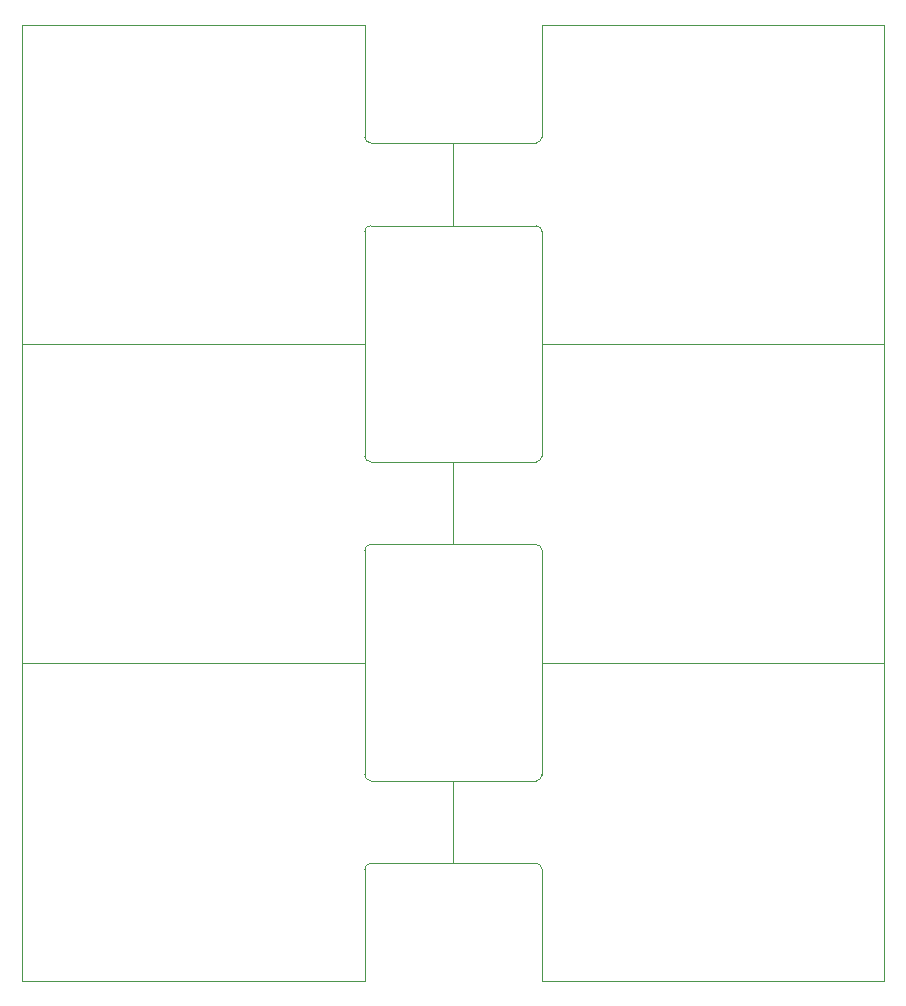
<source format=gbr>
%TF.GenerationSoftware,KiCad,Pcbnew,7.0.1*%
%TF.CreationDate,2023-04-18T17:25:39+02:00*%
%TF.ProjectId,BME680_shield_panel,424d4536-3830-45f7-9368-69656c645f70,rev?*%
%TF.SameCoordinates,Original*%
%TF.FileFunction,Profile,NP*%
%FSLAX46Y46*%
G04 Gerber Fmt 4.6, Leading zero omitted, Abs format (unit mm)*
G04 Created by KiCad (PCBNEW 7.0.1) date 2023-04-18 17:25:39*
%MOMM*%
%LPD*%
G01*
G04 APERTURE LIST*
%TA.AperFunction,Profile*%
%ADD10C,0.100000*%
%TD*%
G04 APERTURE END LIST*
D10*
X83500000Y-45500000D02*
G75*
G03*
X83000000Y-46000000I1J-500001D01*
G01*
X54000000Y-28500000D02*
X83000000Y-28500000D01*
X83000000Y-46000000D02*
X83000000Y-55500000D01*
X90500000Y-38500000D02*
X90500000Y-45500000D01*
X54000000Y-55500000D02*
X54000000Y-28500000D01*
X83000000Y-38000000D02*
G75*
G03*
X83500000Y-38500000I500001J1D01*
G01*
X83500000Y-38500000D02*
X90500000Y-38500000D01*
X83000000Y-28500000D02*
X83000000Y-38000000D01*
X90500000Y-45500000D02*
X83500000Y-45500000D01*
X83000000Y-55500000D02*
X54000000Y-55500000D01*
X83500000Y-72500000D02*
G75*
G03*
X83000000Y-73000000I1J-500001D01*
G01*
X54000000Y-55500000D02*
X83000000Y-55500000D01*
X83000000Y-73000000D02*
X83000000Y-82500000D01*
X90500000Y-65500000D02*
X90500000Y-72500000D01*
X54000000Y-82500000D02*
X54000000Y-55500000D01*
X83000000Y-65000000D02*
G75*
G03*
X83500000Y-65500000I500001J1D01*
G01*
X83500000Y-65500000D02*
X90500000Y-65500000D01*
X83000000Y-55500000D02*
X83000000Y-65000000D01*
X90500000Y-72500000D02*
X83500000Y-72500000D01*
X83000000Y-82500000D02*
X54000000Y-82500000D01*
X83500000Y-99500000D02*
G75*
G03*
X83000000Y-100000000I1J-500001D01*
G01*
X54000000Y-82500000D02*
X83000000Y-82500000D01*
X83000000Y-100000000D02*
X83000000Y-109500000D01*
X90500000Y-92500000D02*
X90500000Y-99500000D01*
X54000000Y-109500000D02*
X54000000Y-82500000D01*
X83000000Y-92000000D02*
G75*
G03*
X83500000Y-92500000I500001J1D01*
G01*
X83500000Y-92500000D02*
X90500000Y-92500000D01*
X83000000Y-82500000D02*
X83000000Y-92000000D01*
X90500000Y-99500000D02*
X83500000Y-99500000D01*
X83000000Y-109500000D02*
X54000000Y-109500000D01*
X97500000Y-92500000D02*
G75*
G03*
X98000000Y-92000000I-1J500001D01*
G01*
X127000000Y-109500000D02*
X98000000Y-109500000D01*
X98000000Y-92000000D02*
X98000000Y-82500000D01*
X90500000Y-99500000D02*
X90500000Y-92500000D01*
X127000000Y-82500000D02*
X127000000Y-109500000D01*
X98000000Y-100000000D02*
G75*
G03*
X97500000Y-99500000I-500001J-1D01*
G01*
X97500000Y-99500000D02*
X90500000Y-99500000D01*
X98000000Y-109500000D02*
X98000000Y-100000000D01*
X90500000Y-92500000D02*
X97500000Y-92500000D01*
X98000000Y-82500000D02*
X127000000Y-82500000D01*
X97500000Y-38500000D02*
G75*
G03*
X98000000Y-38000000I-1J500001D01*
G01*
X127000000Y-55500000D02*
X98000000Y-55500000D01*
X98000000Y-38000000D02*
X98000000Y-28500000D01*
X90500000Y-45500000D02*
X90500000Y-38500000D01*
X127000000Y-28500000D02*
X127000000Y-55500000D01*
X98000000Y-46000000D02*
G75*
G03*
X97500000Y-45500000I-500001J-1D01*
G01*
X97500000Y-45500000D02*
X90500000Y-45500000D01*
X98000000Y-55500000D02*
X98000000Y-46000000D01*
X90500000Y-38500000D02*
X97500000Y-38500000D01*
X98000000Y-28500000D02*
X127000000Y-28500000D01*
X98000000Y-55500000D02*
X127000000Y-55500000D01*
X127000000Y-55500000D02*
X127000000Y-82500000D01*
X90500000Y-65500000D02*
X97500000Y-65500000D01*
X90500000Y-72500000D02*
X90500000Y-65500000D01*
X98000000Y-82500000D02*
X98000000Y-73000000D01*
X97500000Y-72500000D02*
X90500000Y-72500000D01*
X98000000Y-73000000D02*
G75*
G03*
X97500000Y-72500000I-500000J0D01*
G01*
X127000000Y-82500000D02*
X98000000Y-82500000D01*
X98000000Y-65000000D02*
X98000000Y-55500000D01*
X97500000Y-65500000D02*
G75*
G03*
X98000000Y-65000000I0J500000D01*
G01*
M02*

</source>
